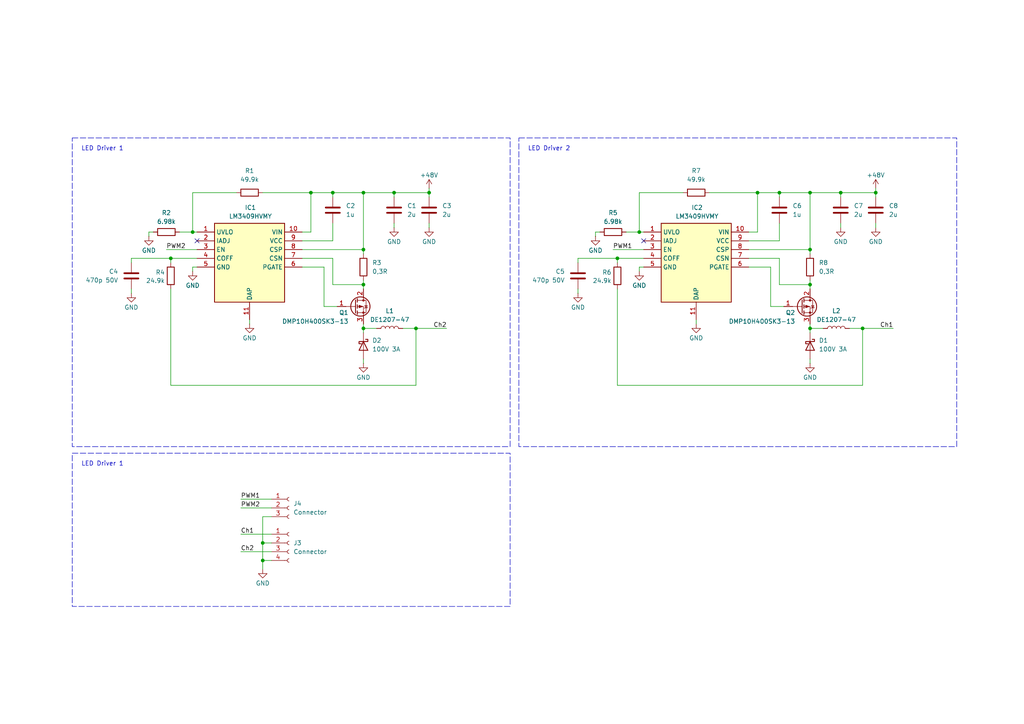
<source format=kicad_sch>
(kicad_sch (version 20231120) (generator "eeschema") (generator_version "8.0")
  (paper "A4")
  (title_block (title "UV Lamp Power Board") (date "2025-03-30") (rev "v2.0") (company "Szymon Wąchała"))
  (lib_symbols
    (symbol "Connector:Conn_01x03_Socket" (pin_names (offset 1.016) hide)
      (property "Reference" "J" (at 0 5.08 0))
      (property "Value" "Conn_01x03_Socket" (at 0 -5.08 0))
      (symbol "Conn_01x03_Socket_1_1"
        (arc (start 0 -2.032) (mid -0.5058 -2.54) (end 0 -3.048) (stroke (width 0.1524)))
        (polyline (pts (xy -1.27 -2.54) (xy -0.508 -2.54)) (stroke (width 0.1524)))
        (polyline (pts (xy -1.27 0) (xy -0.508 0)) (stroke (width 0.1524)))
        (polyline (pts (xy -1.27 2.54) (xy -0.508 2.54)) (stroke (width 0.1524)))
        (arc (start 0 0.508) (mid -0.5058 0) (end 0 -0.508) (stroke (width 0.1524)))
        (arc (start 0 3.048) (mid -0.5058 2.54) (end 0 2.032) (stroke (width 0.1524)))
        (pin passive line (at -5.08 2.54 0) (length 3.81) (name "Pin_1") (number "1"))
        (pin passive line (at -5.08 0 0) (length 3.81) (name "Pin_2") (number "2"))
        (pin passive line (at -5.08 -2.54 0) (length 3.81) (name "Pin_3") (number "3"))
      )
    )
    (symbol "Connector:Conn_01x04_Socket" (pin_names (offset 1.016) hide)
      (property "Reference" "J" (at 0 5.08 0))
      (property "Value" "Conn_01x04_Socket" (at 0 -7.62 0))
      (symbol "Conn_01x04_Socket_1_1"
        (arc (start 0 -4.572) (mid -0.5058 -5.08) (end 0 -5.588) (stroke (width 0.1524)))
        (arc (start 0 -2.032) (mid -0.5058 -2.54) (end 0 -3.048) (stroke (width 0.1524)))
        (polyline (pts (xy -1.27 -5.08) (xy -0.508 -5.08)) (stroke (width 0.1524)))
        (polyline (pts (xy -1.27 -2.54) (xy -0.508 -2.54)) (stroke (width 0.1524)))
        (polyline (pts (xy -1.27 0) (xy -0.508 0)) (stroke (width 0.1524)))
        (polyline (pts (xy -1.27 2.54) (xy -0.508 2.54)) (stroke (width 0.1524)))
        (arc (start 0 0.508) (mid -0.5058 0) (end 0 -0.508) (stroke (width 0.1524)))
        (arc (start 0 3.048) (mid -0.5058 2.54) (end 0 2.032) (stroke (width 0.1524)))
        (pin passive line (at -5.08 2.54 0) (length 3.81) (name "Pin_1") (number "1"))
        (pin passive line (at -5.08 0 0) (length 3.81) (name "Pin_2") (number "2"))
        (pin passive line (at -5.08 -2.54 0) (length 3.81) (name "Pin_3") (number "3"))
        (pin passive line (at -5.08 -5.08 0) (length 3.81) (name "Pin_4") (number "4"))
      )
    )
    (symbol "Device:C" (pin_numbers hide) (pin_names (offset 0.254))
      (property "Reference" "C" (at 0.635 2.54 0))
      (property "Value" "C" (at 0.635 -2.54 0))
      (symbol "C_0_1"
        (polyline (pts (xy -2.032 -0.762) (xy 2.032 -0.762)) (stroke (width 0.508)))
        (polyline (pts (xy -2.032 0.762) (xy 2.032 0.762)) (stroke (width 0.508)))
      )
      (symbol "C_1_1"
        (pin passive line (at 0 3.81 270) (length 2.794) (name "~") (number "1"))
        (pin passive line (at 0 -3.81 90) (length 2.794) (name "~") (number "2"))
      )
    )
    (symbol "Device:D_Schottky" (pin_numbers hide) (pin_names (offset 1.016) hide)
      (property "Reference" "D" (at 0 2.54 0))
      (property "Value" "D_Schottky" (at 0 -2.54 0))
      (symbol "D_Schottky_0_1"
        (polyline (pts (xy 1.27 0) (xy -1.27 0)))
        (polyline (pts (xy 1.27 1.27) (xy 1.27 -1.27) (xy -1.27 0) (xy 1.27 1.27)) (stroke (width 0.254)))
        (polyline (pts (xy -1.905 0.635) (xy -1.905 1.27) (xy -1.27 1.27) (xy -1.27 -1.27) (xy -0.635 -1.27) (xy -0.635 -0.635)) (stroke (width 0.254)))
      )
      (symbol "D_Schottky_1_1"
        (pin passive line (at -3.81 0 0) (length 2.54) (name "K") (number "1"))
        (pin passive line (at 3.81 0 180) (length 2.54) (name "A") (number "2"))
      )
    )
    (symbol "Device:L" (pin_numbers hide) (pin_names (offset 1.016) hide)
      (property "Reference" "L" (at -1.27 0 90))
      (property "Value" "L" (at 1.905 0 90))
      (symbol "L_0_1"
        (arc (start 0 -2.54) (mid 0.6323 -1.905) (end 0 -1.27))
        (arc (start 0 -1.27) (mid 0.6323 -0.635) (end 0 0))
        (arc (start 0 0) (mid 0.6323 0.635) (end 0 1.27))
        (arc (start 0 1.27) (mid 0.6323 1.905) (end 0 2.54))
      )
      (symbol "L_1_1"
        (pin passive line (at 0 3.81 270) (length 1.27) (name "1") (number "1"))
        (pin passive line (at 0 -3.81 90) (length 1.27) (name "2") (number "2"))
      )
    )
    (symbol "Device:R" (pin_numbers hide) (pin_names (offset 0))
      (property "Reference" "R" (at 2.032 0 90))
      (property "Value" "R" (at 0 0 90))
      (symbol "R_0_1"
        (rectangle (start -1.016 -2.54) (end 1.016 2.54) (stroke (width 0.254)))
      )
      (symbol "R_1_1"
        (pin passive line (at 0 3.81 270) (length 1.27) (name "~") (number "1"))
        (pin passive line (at 0 -3.81 90) (length 1.27) (name "~") (number "2"))
      )
    )
    (symbol "LM3409HVMY:LM3409HVMY"
      (property "Reference" "IC" (at 26.67 7.62 0))
      (property "Value" "LM3409HVMY" (at 26.67 5.08 0))
      (symbol "LM3409HVMY_1_1"
        (rectangle (start 5.08 2.54) (end 25.4 -20.32) (stroke (width 0.254)) (fill (type background)))
        (pin passive line (at 0 0 0) (length 5.08) (name "UVLO") (number "1"))
        (pin passive line (at 30.48 0 180) (length 5.08) (name "VIN") (number "10"))
        (pin passive line (at 15.24 -25.4 90) (length 5.08) (name "DAP") (number "11"))
        (pin passive line (at 0 -2.54 0) (length 5.08) (name "IADJ") (number "2"))
        (pin passive line (at 0 -5.08 0) (length 5.08) (name "EN") (number "3"))
        (pin passive line (at 0 -7.62 0) (length 5.08) (name "COFF") (number "4"))
        (pin passive line (at 0 -10.16 0) (length 5.08) (name "GND") (number "5"))
        (pin passive line (at 30.48 -10.16 180) (length 5.08) (name "PGATE") (number "6"))
        (pin passive line (at 30.48 -7.62 180) (length 5.08) (name "CSN") (number "7"))
        (pin passive line (at 30.48 -5.08 180) (length 5.08) (name "CSP") (number "8"))
        (pin passive line (at 30.48 -2.54 180) (length 5.08) (name "VCC") (number "9"))
      )
    )
    (symbol "Transistor_FET:SUD08P06-155L" (pin_names hide)
      (property "Reference" "Q" (at 4.953 1.905 0))
      (property "Value" "SUD08P06-155L" (at 4.953 0 0))
      (symbol "SUD08P06-155L_0_1"
        (polyline (pts (xy 0.254 0) (xy -2.54 0)))
        (polyline (pts (xy 0.254 1.905) (xy 0.254 -1.905)) (stroke (width 0.254)))
        (polyline (pts (xy 0.762 -1.27) (xy 0.762 -2.286)) (stroke (width 0.254)))
        (polyline (pts (xy 0.762 0.508) (xy 0.762 -0.508)) (stroke (width 0.254)))
        (polyline (pts (xy 0.762 2.286) (xy 0.762 1.27)) (stroke (width 0.254)))
        (polyline (pts (xy 2.54 2.54) (xy 2.54 1.778)))
        (polyline (pts (xy 2.54 -2.54) (xy 2.54 0) (xy 0.762 0)))
        (polyline (pts (xy 0.762 1.778) (xy 3.302 1.778) (xy 3.302 -1.778) (xy 0.762 -1.778)))
        (polyline (pts (xy 2.286 0) (xy 1.27 0.381) (xy 1.27 -0.381) (xy 2.286 0)) (fill (type outline)))
        (polyline (pts (xy 2.794 -0.508) (xy 2.921 -0.381) (xy 3.683 -0.381) (xy 3.81 -0.254)))
        (polyline (pts (xy 3.302 -0.381) (xy 2.921 0.254) (xy 3.683 0.254) (xy 3.302 -0.381)))
        (circle (center 1.651 0) (radius 2.794) (stroke (width 0.254)))
        (circle (center 2.54 -1.778) (radius 0.254) (fill (type outline)))
        (circle (center 2.54 1.778) (radius 0.254) (fill (type outline)))
      )
      (symbol "SUD08P06-155L_1_1"
        (pin input line (at -5.08 0 0) (length 2.54) (name "G") (number "1"))
        (pin passive line (at 2.54 5.08 270) (length 2.54) (name "D") (number "2"))
        (pin passive line (at 2.54 -5.08 90) (length 2.54) (name "S") (number "3"))
      )
    )
    (symbol "power:GND" (power) (pin_numbers hide) (pin_names (offset 0) hide)
      (property "Value" "GND" (at 0 -3.81 0))
      (symbol "GND_0_1"
        (polyline (pts (xy 0 0) (xy 0 -1.27) (xy 1.27 -1.27) (xy 0 -2.54) (xy -1.27 -1.27) (xy 0 -1.27)))
      )
      (symbol "GND_1_1"
        (pin power_in line (at 0 0 270) (length 0) (name "~") (number "1"))
      )
    )
    (symbol "power:VCC" (power) (pin_numbers hide) (pin_names (offset 0) hide)
      (property "Value" "VCC" (at 0 3.556 0))
      (symbol "VCC_0_1"
        (polyline (pts (xy -0.762 1.27) (xy 0 2.54)))
        (polyline (pts (xy 0 0) (xy 0 2.54)))
        (polyline (pts (xy 0 2.54) (xy 0.762 1.27)))
      )
      (symbol "VCC_1_1"
        (pin power_in line (at 0 0 90) (length 0) (name "~") (number "1"))
      )
    )
  )
  (junction (at 76.2 162.56))
  (junction (at 96.52 55.88))
  (junction (at 76.2 157.48))
  (junction (at 179.07 74.93))
  (junction (at 120.65 95.25))
  (junction (at 114.3 55.88))
  (junction (at 105.41 72.39))
  (junction (at 219.71 55.88))
  (junction (at 254 55.88))
  (junction (at 185.42 67.31))
  (junction (at 234.95 72.39))
  (junction (at 105.41 82.55))
  (junction (at 250.19 95.25))
  (junction (at 234.95 95.25))
  (junction (at 55.88 67.31))
  (junction (at 243.84 55.88))
  (junction (at 49.53 74.93))
  (junction (at 124.46 55.88))
  (junction (at 90.17 55.88))
  (junction (at 234.95 55.88))
  (junction (at 226.06 55.88))
  (junction (at 105.41 95.25))
  (junction (at 234.95 82.55))
  (junction (at 105.41 55.88))
  (no_connect (at 186.69 69.85))
  (no_connect (at 57.15 69.85))
  (wire (pts (xy 69.85 154.94) (xy 78.74 154.94)))
  (wire (pts (xy 105.41 93.98) (xy 105.41 95.25)))
  (wire (pts (xy 223.52 77.47) (xy 223.52 88.9)))
  (wire (pts (xy 69.85 160.02) (xy 78.74 160.02)))
  (wire (pts (xy 43.18 67.31) (xy 44.45 67.31)))
  (wire (pts (xy 226.06 82.55) (xy 234.95 82.55)))
  (wire (pts (xy 217.17 67.31) (xy 219.71 67.31)))
  (wire (pts (xy 234.95 82.55) (xy 234.95 81.28)))
  (wire (pts (xy 124.46 64.77) (xy 124.46 66.04)))
  (wire (pts (xy 38.1 74.93) (xy 49.53 74.93)))
  (wire (pts (xy 96.52 82.55) (xy 105.41 82.55)))
  (wire (pts (xy 43.18 67.31) (xy 43.18 68.58)))
  (wire (pts (xy 254 64.77) (xy 254 66.04)))
  (wire (pts (xy 114.3 55.88) (xy 114.3 57.15)))
  (wire (pts (xy 179.07 74.93) (xy 186.69 74.93)))
  (wire (pts (xy 76.2 55.88) (xy 90.17 55.88)))
  (wire (pts (xy 226.06 64.77) (xy 226.06 69.85)))
  (wire (pts (xy 38.1 85.09) (xy 38.1 83.82)))
  (wire (pts (xy 179.07 83.82) (xy 179.07 111.76)))
  (wire (pts (xy 105.41 95.25) (xy 105.41 96.52)))
  (wire (pts (xy 234.95 93.98) (xy 234.95 95.25)))
  (wire (pts (xy 49.53 74.93) (xy 57.15 74.93)))
  (wire (pts (xy 55.88 55.88) (xy 55.88 67.31)))
  (wire (pts (xy 259.08 95.25) (xy 250.19 95.25)))
  (wire (pts (xy 179.07 74.93) (xy 179.07 76.2)))
  (wire (pts (xy 93.98 77.47) (xy 93.98 88.9)))
  (wire (pts (xy 114.3 64.77) (xy 114.3 66.04)))
  (wire (pts (xy 105.41 82.55) (xy 105.41 83.82)))
  (wire (pts (xy 114.3 55.88) (xy 105.41 55.88)))
  (wire (pts (xy 167.64 74.93) (xy 179.07 74.93)))
  (wire (pts (xy 76.2 157.48) (xy 78.74 157.48)))
  (wire (pts (xy 181.61 67.31) (xy 185.42 67.31)))
  (wire (pts (xy 68.58 55.88) (xy 55.88 55.88)))
  (wire (pts (xy 201.93 92.71) (xy 201.93 93.98)))
  (wire (pts (xy 76.2 157.48) (xy 76.2 162.56)))
  (wire (pts (xy 96.52 74.93) (xy 96.52 82.55)))
  (wire (pts (xy 177.8 72.39) (xy 186.69 72.39)))
  (wire (pts (xy 219.71 55.88) (xy 219.71 67.31)))
  (wire (pts (xy 96.52 69.85) (xy 87.63 69.85)))
  (wire (pts (xy 234.95 82.55) (xy 234.95 83.82)))
  (wire (pts (xy 87.63 72.39) (xy 105.41 72.39)))
  (wire (pts (xy 90.17 55.88) (xy 96.52 55.88)))
  (wire (pts (xy 234.95 104.14) (xy 234.95 105.41)))
  (wire (pts (xy 90.17 55.88) (xy 90.17 67.31)))
  (wire (pts (xy 243.84 55.88) (xy 234.95 55.88)))
  (wire (pts (xy 243.84 55.88) (xy 243.84 57.15)))
  (wire (pts (xy 38.1 76.2) (xy 38.1 74.93)))
  (wire (pts (xy 219.71 55.88) (xy 226.06 55.88)))
  (wire (pts (xy 234.95 72.39) (xy 234.95 55.88)))
  (wire (pts (xy 93.98 88.9) (xy 97.79 88.9)))
  (wire (pts (xy 234.95 95.25) (xy 234.95 96.52)))
  (wire (pts (xy 185.42 77.47) (xy 186.69 77.47)))
  (wire (pts (xy 250.19 95.25) (xy 246.38 95.25)))
  (wire (pts (xy 254 55.88) (xy 243.84 55.88)))
  (wire (pts (xy 185.42 77.47) (xy 185.42 78.74)))
  (wire (pts (xy 217.17 77.47) (xy 223.52 77.47)))
  (wire (pts (xy 217.17 72.39) (xy 234.95 72.39)))
  (wire (pts (xy 105.41 95.25) (xy 109.22 95.25)))
  (wire (pts (xy 72.39 92.71) (xy 72.39 93.98)))
  (wire (pts (xy 49.53 111.76) (xy 120.65 111.76)))
  (wire (pts (xy 243.84 64.77) (xy 243.84 66.04)))
  (wire (pts (xy 185.42 67.31) (xy 186.69 67.31)))
  (wire (pts (xy 105.41 82.55) (xy 105.41 81.28)))
  (wire (pts (xy 120.65 95.25) (xy 116.84 95.25)))
  (wire (pts (xy 172.72 67.31) (xy 172.72 68.58)))
  (wire (pts (xy 124.46 55.88) (xy 114.3 55.88)))
  (wire (pts (xy 78.74 149.86) (xy 76.2 149.86)))
  (wire (pts (xy 87.63 67.31) (xy 90.17 67.31)))
  (wire (pts (xy 49.53 83.82) (xy 49.53 111.76)))
  (wire (pts (xy 226.06 69.85) (xy 217.17 69.85)))
  (wire (pts (xy 55.88 77.47) (xy 55.88 78.74)))
  (wire (pts (xy 129.54 95.25) (xy 120.65 95.25)))
  (wire (pts (xy 226.06 55.88) (xy 226.06 57.15)))
  (wire (pts (xy 179.07 111.76) (xy 250.19 111.76)))
  (wire (pts (xy 254 57.15) (xy 254 55.88)))
  (wire (pts (xy 105.41 72.39) (xy 105.41 73.66)))
  (wire (pts (xy 76.2 162.56) (xy 78.74 162.56)))
  (wire (pts (xy 76.2 149.86) (xy 76.2 157.48)))
  (wire (pts (xy 49.53 74.93) (xy 49.53 76.2)))
  (wire (pts (xy 254 54.61) (xy 254 55.88)))
  (wire (pts (xy 105.41 72.39) (xy 105.41 55.88)))
  (wire (pts (xy 167.64 85.09) (xy 167.64 83.82)))
  (wire (pts (xy 198.12 55.88) (xy 185.42 55.88)))
  (wire (pts (xy 250.19 111.76) (xy 250.19 95.25)))
  (wire (pts (xy 48.26 72.39) (xy 57.15 72.39)))
  (wire (pts (xy 205.74 55.88) (xy 219.71 55.88)))
  (wire (pts (xy 234.95 55.88) (xy 226.06 55.88)))
  (wire (pts (xy 69.85 147.32) (xy 78.74 147.32)))
  (wire (pts (xy 124.46 57.15) (xy 124.46 55.88)))
  (wire (pts (xy 217.17 74.93) (xy 226.06 74.93)))
  (wire (pts (xy 120.65 95.25) (xy 120.65 111.76)))
  (wire (pts (xy 226.06 74.93) (xy 226.06 82.55)))
  (wire (pts (xy 96.52 64.77) (xy 96.52 69.85)))
  (wire (pts (xy 55.88 77.47) (xy 57.15 77.47)))
  (wire (pts (xy 105.41 104.14) (xy 105.41 105.41)))
  (wire (pts (xy 87.63 77.47) (xy 93.98 77.47)))
  (wire (pts (xy 167.64 76.2) (xy 167.64 74.93)))
  (wire (pts (xy 55.88 67.31) (xy 57.15 67.31)))
  (wire (pts (xy 185.42 55.88) (xy 185.42 67.31)))
  (wire (pts (xy 76.2 162.56) (xy 76.2 165.1)))
  (wire (pts (xy 234.95 72.39) (xy 234.95 73.66)))
  (wire (pts (xy 87.63 74.93) (xy 96.52 74.93)))
  (wire (pts (xy 69.85 144.78) (xy 78.74 144.78)))
  (wire (pts (xy 96.52 55.88) (xy 96.52 57.15)))
  (wire (pts (xy 234.95 95.25) (xy 238.76 95.25)))
  (wire (pts (xy 52.07 67.31) (xy 55.88 67.31)))
  (wire (pts (xy 223.52 88.9) (xy 227.33 88.9)))
  (wire (pts (xy 105.41 55.88) (xy 96.52 55.88)))
  (wire (pts (xy 124.46 54.61) (xy 124.46 55.88)))
  (wire (pts (xy 172.72 67.31) (xy 173.99 67.31)))
  (rectangle (start 20.955 131.445) (end 147.955 175.895) (stroke (width 0) (type dash)))
  (rectangle (start 150.495 40.005) (end 277.495 129.54) (stroke (width 0) (type dash)))
  (rectangle (start 20.955 40.005) (end 147.955 129.54) (stroke (width 0) (type dash)))
  (text "LED Driver 2" (at 159.258 43.18 0) (effects (font (size 1.27 1.27))))
  (text "LED Driver 1" (at 29.718 134.62 0) (effects (font (size 1.27 1.27))))
  (text "LED Driver 1" (at 29.718 43.18 0) (effects (font (size 1.27 1.27))))
  (label "PWM2" (at 69.85 147.32 0))
  (label "PWM2" (at 48.26 72.39 0))
  (label "Ch2" (at 69.85 160.02 0))
  (label "PWM1" (at 177.8 72.39 0))
  (label "PWM1" (at 69.85 144.78 0))
  (label "Ch1" (at 69.85 154.94 0))
  (label "Ch2" (at 129.54 95.25 180))
  (label "Ch1" (at 259.08 95.25 180))
  (symbol (lib_id "power:GND") (at 55.88 78.74 0) (unit 1)
    (property "Reference" "#PWR07" (effects (hide yes)))
    (property "Value" "GND" (at 55.88 82.804 0))
    (property "Description" "Power symbol creates a global label with name \"GND\" , ground" (effects (hide yes)))
  )
  (symbol (lib_id "Device:C") (at 167.64 80.01 0) (mirror y) (unit 1)
    (property "Reference" "C5" (at 163.83 78.7399 0) (effects (justify left)))
    (property "Value" "470p 50V" (at 163.83 81.2799 0) (effects (justify left)))
    (property "Footprint" "Capacitor_SMD:C_0805_2012Metric" (effects (hide yes)))
    (property "Description" "Unpolarized capacitor" (effects (hide yes)))
  )
  (symbol (lib_id "Device:C") (at 96.52 60.96 0) (unit 1)
    (property "Reference" "C2" (at 100.33 59.6899 0) (effects (justify left)))
    (property "Value" "1u" (at 100.33 62.2299 0) (effects (justify left)))
    (property "Footprint" "Capacitor_SMD:C_0805_2012Metric" (effects (hide yes)))
    (property "Description" "Unpolarized capacitor" (effects (hide yes)))
  )
  (symbol (lib_id "power:GND") (at 254 66.04 0) (unit 1)
    (property "Reference" "#PWR018" (effects (hide yes)))
    (property "Value" "GND" (at 254 70.104 0))
    (property "Description" "Power symbol creates a global label with name \"GND\" , ground" (effects (hide yes)))
  )
  (symbol (lib_id "Device:L") (at 113.03 95.25 90) (unit 1)
    (property "Reference" "L1" (at 113.03 90.17 90))
    (property "Value" "DE1207-47" (at 113.03 92.71 90))
    (property "Footprint" "Inductor_SMD:L_12x12mm_H6mm" (effects (hide yes)))
    (property "Description" "Inductor" (effects (hide yes)))
  )
  (symbol (lib_id "power:GND") (at 105.41 105.41 0) (unit 1)
    (property "Reference" "#PWR05" (effects (hide yes)))
    (property "Value" "GND" (at 105.41 109.474 0))
    (property "Description" "Power symbol creates a global label with name \"GND\" , ground" (effects (hide yes)))
  )
  (symbol (lib_id "LM3409HVMY:LM3409HVMY") (at 186.69 67.31 0) (unit 1)
    (property "Reference" "IC2" (at 202.184 60.198 0))
    (property "Value" "LM3409HVMY" (at 202.184 62.738 0))
    (property "Footprint" "LM3409HVMY:LM3409HVMY" (effects (hide yes)))
    (property "Datasheet" "http://www.ti.com/lit/ds/symlink/lm3409hv.pdf" (effects (hide yes)))
    (property "Description" "PFET Buck Controller MSOP10 EP Texas Instruments, LM3409HVMY/NOPB Step-Down Switching Regulator 5A, 10-Pin VSSOP" (effects (hide yes)))
    (property "Height" "1.1" (effects (hide yes)))
    (property "Manufacturer_Name" "Texas Instruments" (effects (hide yes)))
    (property "Manufacturer_Part_Number" "LM3409HVMY/NOPB" (effects (hide yes)))
  )
  (symbol (lib_id "power:VCC") (at 254 54.61 0) (unit 1)
    (property "Reference" "#PWR017" (effects (hide yes)))
    (property "Value" "+48V" (at 254 50.8 0))
    (property "Description" "Power symbol creates a global label with name \"VCC\"" (effects (hide yes)))
  )
  (symbol (lib_id "Device:L") (at 242.57 95.25 90) (unit 1)
    (property "Reference" "L2" (at 242.57 90.17 90))
    (property "Value" "DE1207-47" (at 242.57 92.71 90))
    (property "Footprint" "Inductor_SMD:L_12x12mm_H6mm" (effects (hide yes)))
    (property "Description" "Inductor" (effects (hide yes)))
  )
  (symbol (lib_id "Connector:Conn_01x03_Socket") (at 83.82 147.32 0) (unit 1)
    (property "Reference" "J4" (at 85.09 146.0499 0) (effects (justify left)))
    (property "Value" "Connector" (at 85.09 148.5899 0) (effects (justify left)))
    (property "Footprint" "Connector_Wire:SolderWire-0.5sqmm_1x03_P4.6mm_D0.9mm_OD2.1mm" (effects (hide yes)))
    (property "Description" "Generic connector, single row, 01x03, script generated" (effects (hide yes)))
  )
  (symbol (lib_id "Device:R") (at 49.53 80.01 180) (unit 1)
    (property "Reference" "R4" (at 46.482 78.994 0))
    (property "Value" "24.9k" (at 45.085 81.407 0))
    (property "Footprint" "Resistor_SMD:R_0805_2012Metric" (effects (hide yes)))
    (property "Description" "Resistor" (effects (hide yes)))
  )
  (symbol (lib_id "Device:D_Schottky") (at 105.41 100.33 270) (unit 1)
    (property "Reference" "D2" (at 107.95 98.7424 90) (effects (justify left)))
    (property "Value" "100V 3A" (at 107.95 101.2824 90) (effects (justify left)))
    (property "Footprint" "Diode_SMD:D_SMC" (effects (hide yes)))
    (property "Description" "Schottky diode" (effects (hide yes)))
  )
  (symbol (lib_id "Device:C") (at 38.1 80.01 0) (mirror y) (unit 1)
    (property "Reference" "C4" (at 34.29 78.7399 0) (effects (justify left)))
    (property "Value" "470p 50V" (at 34.29 81.2799 0) (effects (justify left)))
    (property "Footprint" "Capacitor_SMD:C_0805_2012Metric" (effects (hide yes)))
    (property "Description" "Unpolarized capacitor" (effects (hide yes)))
  )
  (symbol (lib_id "Connector:Conn_01x04_Socket") (at 83.82 157.48 0) (unit 1)
    (property "Reference" "J3" (at 85.09 157.4799 0) (effects (justify left)))
    (property "Value" "Connector" (at 85.09 160.0199 0) (effects (justify left)))
    (property "Footprint" "Connector_Wire:SolderWire-1.5sqmm_1x04_P6mm_D1.7mm_OD3mm" (effects (hide yes)))
    (property "Description" "Generic connector, single row, 01x04, script generated" (effects (hide yes)))
  )
  (symbol (lib_id "Device:C") (at 114.3 60.96 0) (unit 1)
    (property "Reference" "C1" (at 118.11 59.6899 0) (effects (justify left)))
    (property "Value" "2u" (at 118.11 62.2299 0) (effects (justify left)))
    (property "Footprint" "Capacitor_SMD:C_1206_3216Metric" (effects (hide yes)))
    (property "Description" "Unpolarized capacitor" (effects (hide yes)))
  )
  (symbol (lib_id "LM3409HVMY:LM3409HVMY") (at 57.15 67.31 0) (unit 1)
    (property "Reference" "IC1" (at 72.644 60.198 0))
    (property "Value" "LM3409HVMY" (at 72.644 62.738 0))
    (property "Footprint" "LM3409HVMY:LM3409HVMY" (effects (hide yes)))
    (property "Datasheet" "http://www.ti.com/lit/ds/symlink/lm3409hv.pdf" (effects (hide yes)))
    (property "Description" "PFET Buck Controller MSOP10 EP Texas Instruments, LM3409HVMY/NOPB Step-Down Switching Regulator 5A, 10-Pin VSSOP" (effects (hide yes)))
    (property "Height" "1.1" (effects (hide yes)))
    (property "Manufacturer_Name" "Texas Instruments" (effects (hide yes)))
    (property "Manufacturer_Part_Number" "LM3409HVMY/NOPB" (effects (hide yes)))
  )
  (symbol (lib_id "Device:C") (at 243.84 60.96 0) (unit 1)
    (property "Reference" "C7" (at 247.65 59.6899 0) (effects (justify left)))
    (property "Value" "2u" (at 247.65 62.2299 0) (effects (justify left)))
    (property "Footprint" "Capacitor_SMD:C_1206_3216Metric" (effects (hide yes)))
    (property "Description" "Unpolarized capacitor" (effects (hide yes)))
  )
  (symbol (lib_id "power:GND") (at 201.93 93.98 0) (unit 1)
    (property "Reference" "#PWR013" (effects (hide yes)))
    (property "Value" "GND" (at 201.93 98.044 0))
    (property "Description" "Power symbol creates a global label with name \"GND\" , ground" (effects (hide yes)))
  )
  (symbol (lib_id "Device:R") (at 179.07 80.01 180) (unit 1)
    (property "Reference" "R6" (at 176.022 78.994 0))
    (property "Value" "24.9k" (at 174.625 81.407 0))
    (property "Footprint" "Resistor_SMD:R_0805_2012Metric" (effects (hide yes)))
    (property "Description" "Resistor" (effects (hide yes)))
  )
  (symbol (lib_id "Device:D_Schottky") (at 234.95 100.33 270) (unit 1)
    (property "Reference" "D1" (at 237.49 98.7424 90) (effects (justify left)))
    (property "Value" "100V 3A" (at 237.49 101.2824 90) (effects (justify left)))
    (property "Footprint" "Diode_SMD:D_SMC" (effects (hide yes)))
    (property "Description" "Schottky diode" (effects (hide yes)))
  )
  (symbol (lib_id "Device:C") (at 254 60.96 0) (unit 1)
    (property "Reference" "C8" (at 257.81 59.6899 0) (effects (justify left)))
    (property "Value" "2u" (at 257.81 62.2299 0) (effects (justify left)))
    (property "Footprint" "Capacitor_SMD:C_1206_3216Metric" (effects (hide yes)))
    (property "Description" "Unpolarized capacitor" (effects (hide yes)))
  )
  (symbol (lib_id "power:GND") (at 38.1 85.09 0) (unit 1)
    (property "Reference" "#PWR08" (effects (hide yes)))
    (property "Value" "GND" (at 38.1 89.154 0))
    (property "Description" "Power symbol creates a global label with name \"GND\" , ground" (effects (hide yes)))
  )
  (symbol (lib_id "Device:R") (at 105.41 77.47 0) (unit 1)
    (property "Reference" "R3" (at 107.95 76.1999 0) (effects (justify left)))
    (property "Value" "0,3R" (at 107.95 78.7399 0) (effects (justify left)))
    (property "Footprint" "Resistor_SMD:R_2512_6332Metric" (effects (hide yes)))
    (property "Description" "Resistor" (effects (hide yes)))
  )
  (symbol (lib_id "Device:C") (at 124.46 60.96 0) (unit 1)
    (property "Reference" "C3" (at 128.27 59.6899 0) (effects (justify left)))
    (property "Value" "2u" (at 128.27 62.2299 0) (effects (justify left)))
    (property "Footprint" "Capacitor_SMD:C_1206_3216Metric" (effects (hide yes)))
    (property "Description" "Unpolarized capacitor" (effects (hide yes)))
  )
  (symbol (lib_id "Device:R") (at 201.93 55.88 90) (unit 1)
    (property "Reference" "R7" (at 201.93 49.53 90))
    (property "Value" "49.9k" (at 201.93 52.07 90))
    (property "Footprint" "Resistor_SMD:R_0805_2012Metric" (effects (hide yes)))
    (property "Description" "Resistor" (effects (hide yes)))
  )
  (symbol (lib_id "power:GND") (at 43.18 68.58 0) (unit 1)
    (property "Reference" "#PWR04" (effects (hide yes)))
    (property "Value" "GND" (at 43.18 72.644 0))
    (property "Description" "Power symbol creates a global label with name \"GND\" , ground" (effects (hide yes)))
  )
  (symbol (lib_id "Device:R") (at 72.39 55.88 90) (unit 1)
    (property "Reference" "R1" (at 72.39 49.53 90))
    (property "Value" "49.9k" (at 72.39 52.07 90))
    (property "Footprint" "Resistor_SMD:R_0805_2012Metric" (effects (hide yes)))
    (property "Description" "Resistor" (effects (hide yes)))
  )
  (symbol (lib_id "power:GND") (at 167.64 85.09 0) (unit 1)
    (property "Reference" "#PWR010" (effects (hide yes)))
    (property "Value" "GND" (at 167.64 89.154 0))
    (property "Description" "Power symbol creates a global label with name \"GND\" , ground" (effects (hide yes)))
  )
  (symbol (lib_id "power:GND") (at 172.72 68.58 0) (unit 1)
    (property "Reference" "#PWR011" (effects (hide yes)))
    (property "Value" "GND" (at 172.72 72.644 0))
    (property "Description" "Power symbol creates a global label with name \"GND\" , ground" (effects (hide yes)))
  )
  (symbol (lib_id "Device:C") (at 226.06 60.96 0) (unit 1)
    (property "Reference" "C6" (at 229.87 59.6899 0) (effects (justify left)))
    (property "Value" "1u" (at 229.87 62.2299 0) (effects (justify left)))
    (property "Footprint" "Capacitor_SMD:C_0805_2012Metric" (effects (hide yes)))
    (property "Description" "Unpolarized capacitor" (effects (hide yes)))
  )
  (symbol (lib_id "Device:R") (at 234.95 77.47 0) (unit 1)
    (property "Reference" "R8" (at 237.49 76.1999 0) (effects (justify left)))
    (property "Value" "0,3R" (at 237.49 78.7399 0) (effects (justify left)))
    (property "Footprint" "Resistor_SMD:R_2512_6332Metric" (effects (hide yes)))
    (property "Description" "Resistor" (effects (hide yes)))
  )
  (symbol (lib_id "power:GND") (at 185.42 78.74 0) (unit 1)
    (property "Reference" "#PWR012" (effects (hide yes)))
    (property "Value" "GND" (at 185.42 82.804 0))
    (property "Description" "Power symbol creates a global label with name \"GND\" , ground" (effects (hide yes)))
  )
  (symbol (lib_id "power:GND") (at 243.84 66.04 0) (unit 1)
    (property "Reference" "#PWR015" (effects (hide yes)))
    (property "Value" "GND" (at 243.84 70.104 0))
    (property "Description" "Power symbol creates a global label with name \"GND\" , ground" (effects (hide yes)))
  )
  (symbol (lib_id "power:GND") (at 124.46 66.04 0) (unit 1)
    (property "Reference" "#PWR02" (effects (hide yes)))
    (property "Value" "GND" (at 124.46 70.104 0))
    (property "Description" "Power symbol creates a global label with name \"GND\" , ground" (effects (hide yes)))
  )
  (symbol (lib_id "Transistor_FET:SUD08P06-155L") (at 102.87 88.9 0) (unit 1)
    (property "Reference" "Q1" (at 101.092 90.678 0) (effects (justify right)))
    (property "Value" "DMP10H400SK3-13" (at 101.092 93.218 0) (effects (justify right)))
    (property "Footprint" "Package_TO_SOT_SMD:TO-252-2" (effects (hide yes)))
    (property "Datasheet" "https://www.vishay.com/docs/62843/sud08p06-155l-ge3.pdf" (effects (hide yes)))
    (property "Description" "-8.4A Id, -60V Vds, TrenchFET P-Channel Power MOSFET, 155mOhm Ron, 19nC Qg, -55 to 150 °C, TO-252-2" (effects (hide yes)))
  )
  (symbol (lib_id "power:GND") (at 76.2 165.1 0) (unit 1)
    (property "Reference" "#PWR016" (effects (hide yes)))
    (property "Value" "GND" (at 76.2 169.164 0))
    (property "Description" "Power symbol creates a global label with name \"GND\" , ground" (effects (hide yes)))
  )
  (symbol (lib_id "power:VCC") (at 124.46 54.61 0) (unit 1)
    (property "Reference" "#PWR03" (effects (hide yes)))
    (property "Value" "+48V" (at 124.46 50.8 0))
    (property "Description" "Power symbol creates a global label with name \"VCC\"" (effects (hide yes)))
  )
  (symbol (lib_id "power:GND") (at 72.39 93.98 0) (unit 1)
    (property "Reference" "#PWR06" (effects (hide yes)))
    (property "Value" "GND" (at 72.39 98.044 0))
    (property "Description" "Power symbol creates a global label with name \"GND\" , ground" (effects (hide yes)))
  )
  (symbol (lib_id "power:GND") (at 234.95 105.41 0) (unit 1)
    (property "Reference" "#PWR014" (effects (hide yes)))
    (property "Value" "GND" (at 234.95 109.474 0))
    (property "Description" "Power symbol creates a global label with name \"GND\" , ground" (effects (hide yes)))
  )
  (symbol (lib_id "power:GND") (at 114.3 66.04 0) (unit 1)
    (property "Reference" "#PWR01" (effects (hide yes)))
    (property "Value" "GND" (at 114.3 70.104 0))
    (property "Description" "Power symbol creates a global label with name \"GND\" , ground" (effects (hide yes)))
  )
  (symbol (lib_id "Device:R") (at 48.26 67.31 90) (unit 1)
    (property "Reference" "R2" (at 48.26 61.722 90))
    (property "Value" "6.98k" (at 48.26 64.262 90))
    (property "Footprint" "Resistor_SMD:R_0805_2012Metric" (effects (hide yes)))
    (property "Description" "Resistor" (effects (hide yes)))
  )
  (symbol (lib_id "Transistor_FET:SUD08P06-155L") (at 232.41 88.9 0) (unit 1)
    (property "Reference" "Q2" (at 230.632 90.678 0) (effects (justify right)))
    (property "Value" "DMP10H400SK3-13" (at 230.632 93.218 0) (effects (justify right)))
    (property "Footprint" "Package_TO_SOT_SMD:TO-252-2" (effects (hide yes)))
    (property "Datasheet" "https://www.vishay.com/docs/62843/sud08p06-155l-ge3.pdf" (effects (hide yes)))
    (property "Description" "-8.4A Id, -60V Vds, TrenchFET P-Channel Power MOSFET, 155mOhm Ron, 19nC Qg, -55 to 150 °C, TO-252-2" (effects (hide yes)))
  )
  (symbol (lib_id "Device:R") (at 177.8 67.31 90) (unit 1)
    (property "Reference" "R5" (at 177.8 61.722 90))
    (property "Value" "6.98k" (at 177.8 64.262 90))
    (property "Footprint" "Resistor_SMD:R_0805_2012Metric" (effects (hide yes)))
    (property "Description" "Resistor" (effects (hide yes)))
  )
)
</source>
